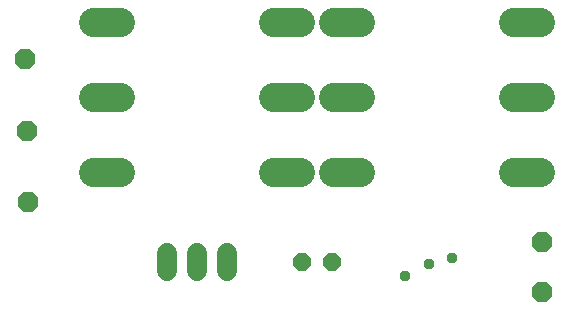
<source format=gbr>
G04 EAGLE Gerber RS-274X export*
G75*
%MOMM*%
%FSLAX34Y34*%
%LPD*%
%INSoldermask Bottom*%
%IPPOS*%
%AMOC8*
5,1,8,0,0,1.08239X$1,22.5*%
G01*
%ADD10P,1.649562X8X202.500000*%
%ADD11P,1.869504X8X22.500000*%
%ADD12C,1.727200*%
%ADD13C,2.451100*%
%ADD14C,0.959600*%


D10*
X342900Y441800D03*
X317500Y441800D03*
D11*
X520700Y458310D03*
X520700Y416400D03*
D12*
X254000Y434180D02*
X254000Y449420D01*
X228600Y449420D02*
X228600Y434180D01*
X203200Y434180D02*
X203200Y449420D01*
D13*
X293561Y645000D02*
X316040Y645000D01*
X163640Y645000D02*
X141161Y645000D01*
X496761Y645000D02*
X519240Y645000D01*
X366840Y645000D02*
X344361Y645000D01*
X316040Y581500D02*
X293561Y581500D01*
X163640Y581500D02*
X141161Y581500D01*
X496761Y581500D02*
X519240Y581500D01*
X366840Y581500D02*
X344361Y581500D01*
X316040Y518000D02*
X293561Y518000D01*
X163640Y518000D02*
X141161Y518000D01*
X496761Y518000D02*
X519240Y518000D01*
X366840Y518000D02*
X344361Y518000D01*
D11*
X83000Y613000D03*
X85000Y552000D03*
X86000Y492000D03*
D14*
X405000Y430000D03*
X425000Y440000D03*
X445000Y445000D03*
M02*

</source>
